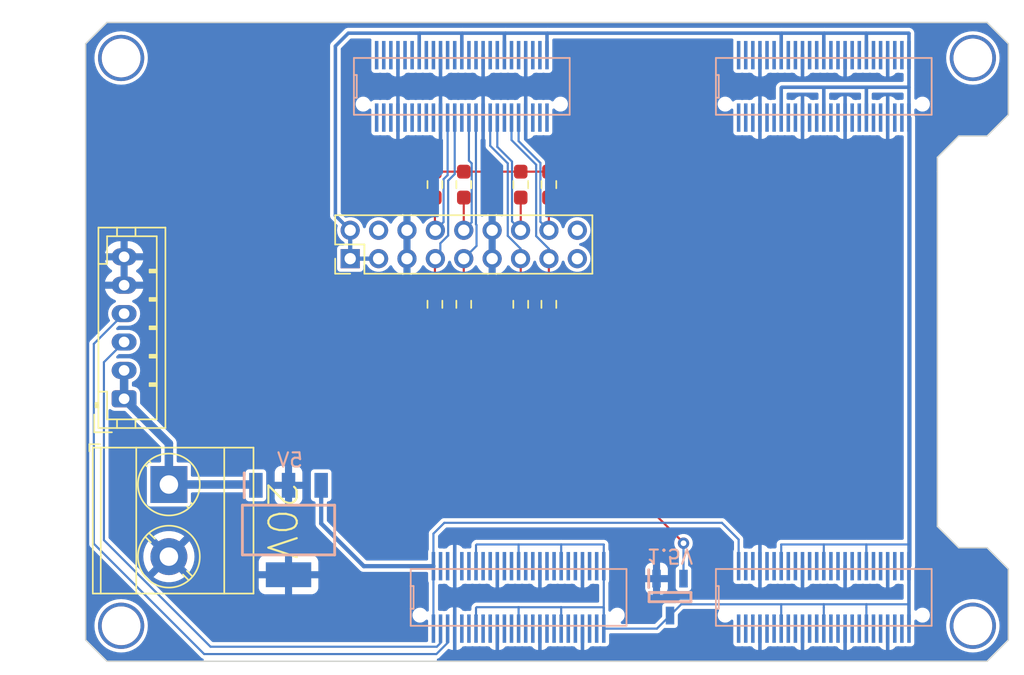
<source format=kicad_pcb>
(kicad_pcb (version 20221018) (generator pcbnew)
  (layers (0 "F.Cu" signal) (31 "B.Cu" signal) (34 "B.Paste" user) (35 "F.Paste" user) (36 "B.SilkS" user "B.Silkscreen") (37 "F.SilkS" user "F.Silkscreen") (38 "B.Mask" user) (39 "F.Mask" user) (44 "Edge.Cuts" user))
  (net 0 "")
  (net 1 "GND")
  (net 2 "+1V5")
  (net 3 "+3.3V")
  (net 4 "TX0_B_IN")
  (net 5 "TX1_B_IN")
  (net 6 "TX2_B_IN")
  (net 7 "TXCLK_B_IN")
  (net 10 "TXCLK_P")
  (net 11 "TXCLK_N")
  (net 12 "TX2_P")
  (net 13 "TX2_N")
  (net 14 "TX1_P")
  (net 15 "TX1_N")
  (net 16 "VCC")
  (net 17 "TX0_P")
  (net 18 "TX0_N")
  (net 131 "LED_EN")
  (net 132 "PWM")
  (net 133 "CLK_EDID")
  (net 134 "DATA_EDID")
  (net 135 "+5V")
  (footprint "TerminalBlock_Phoenix:TerminalBlock_Phoenix_MKDS-3-2-5.08_1x02_P5.08mm_Horizontal" (layer "F.Cu") (at 117.302 110.0786 -90)
    (fp_text reference "J1" hide)
    (fp_text value "Power")
    (fp_text user "20V" (at 2.54 -7.9248 -90 unlocked) (layer "F.SilkS") (effects (font (size 2 2))))
    (pad "1" thru_hole rect (at 0 0 270) (size 2.6 2.6) (drill 1.3) (layers "*.Cu" "*.Mask") (net 16 "VCC"))
    (pad "2" thru_hole circle (at 5.08 0 270) (size 2.6 2.6) (drill 1.3) (layers "*.Cu" "*.Mask") (net 1 "GND"))
  )
  (footprint "Connector_PinHeader_2.00mm:PinHeader_2x09_P2.00mm_Vertical" (layer "F.Cu") (at 130.0744 94.1672 90)
    (fp_text reference "J4" hide)
    (fp_text value "Conn_02x09_Odd_Even")
    (pad "1" thru_hole rect (at 0 0 90) (size 1.35 1.35) (drill 0.8) (layers "*.Cu" "*.Mask") (net 3 "+3.3V"))
    (pad "2" thru_hole oval (at 2 0 90) (size 1.35 1.35) (drill 0.8) (layers "*.Cu" "*.Mask") (net 3 "+3.3V"))
    (pad "3" thru_hole oval (at 0 2 90) (size 1.35 1.35) (drill 0.8) (layers "*.Cu" "*.Mask") (net 3 "+3.3V"))
    (pad "4" thru_hole oval (at 2 2 90) (size 1.35 1.35) (drill 0.8) (layers "*.Cu" "*.Mask"))
    (pad "5" thru_hole oval (at 0 4 90) (size 1.35 1.35) (drill 0.8) (layers "*.Cu" "*.Mask") (net 1 "GND"))
    (pad "6" thru_hole oval (at 2 4 90) (size 1.35 1.35) (drill 0.8) (layers "*.Cu" "*.Mask") (net 1 "GND"))
    (pad "7" thru_hole oval (at 0 6 90) (size 1.35 1.35) (drill 0.8) (layers "*.Cu" "*.Mask") (net 17 "TX0_P"))
    (pad "8" thru_hole oval (at 2 6 90) (size 1.35 1.35) (drill 0.8) (layers "*.Cu" "*.Mask") (net 18 "TX0_N"))
    (pad "9" thru_hole oval (at 0 8 90) (size 1.35 1.35) (drill 0.8) (layers "*.Cu" "*.Mask") (net 14 "TX1_P"))
    (pad "10" thru_hole oval (at 2 8 90) (size 1.35 1.35) (drill 0.8) (layers "*.Cu" "*.Mask") (net 15 "TX1_N"))
    (pad "11" thru_hole oval (at 0 10 90) (size 1.35 1.35) (drill 0.8) (layers "*.Cu" "*.Mask") (net 1 "GND"))
    (pad "12" thru_hole oval (at 2 10 90) (size 1.35 1.35) (drill 0.8) (layers "*.Cu" "*.Mask") (net 1 "GND"))
    (pad "13" thru_hole oval (at 0 12 90) (size 1.35 1.35) (drill 0.8) (layers "*.Cu" "*.Mask") (net 13 "TX2_N"))
    (pad "14" thru_hole oval (at 2 12 90) (size 1.35 1.35) (drill 0.8) (layers "*.Cu" "*.Mask") (net 12 "TX2_P"))
    (pad "15" thru_hole oval (at 0 14 90) (size 1.35 1.35) (drill 0.8) (layers "*.Cu" "*.Mask") (net 11 "TXCLK_N"))
    (pad "16" thru_hole oval (at 2 14 90) (size 1.35 1.35) (drill 0.8) (layers "*.Cu" "*.Mask") (net 10 "TXCLK_P"))
    (pad "17" thru_hole oval (at 0 16 90) (size 1.35 1.35) (drill 0.8) (layers "*.Cu" "*.Mask") (net 133 "CLK_EDID"))
    (pad "18" thru_hole oval (at 2 16 90) (size 1.35 1.35) (drill 0.8) (layers "*.Cu" "*.Mask") (net 134 "DATA_EDID"))
  )
  (footprint "Resistor_SMD:R_0603_1608Metric_Pad0.98x0.95mm_HandSolder" (layer "F.Cu") (at 144.0688 88.9508 -90)
    (fp_text reference "R8" hide)
    (fp_text value "49R9")
    (pad "1" smd roundrect (at -0.9125 0 270) (size 0.975 0.95) (layers "F.Cu" "F.Paste" "F.Mask") (net 2 "+1V5"))
    (pad "2" smd roundrect (at 0.9125 0 270) (size 0.975 0.95) (layers "F.Cu" "F.Paste" "F.Mask") (net 10 "TXCLK_P"))
  )
  (footprint "Alchitry_Element:Element_no_top" (layer "F.Cu") (at 111.4375 122.53)
    (fp_text reference "B1" hide)
    (fp_text value "Alchitry_Element_AU")
    (fp_circle (center 2.5 -42.5) (end 4 -42.5) (stroke (width 0.254)) (fill none) (layer "F.Cu"))
    (fp_circle (center 2.5 -2.5) (end 4 -2.5) (stroke (width 0.254)) (fill none) (layer "F.Cu"))
    (fp_circle (center 62.5 -42.5) (end 64 -42.5) (stroke (width 0.254)) (fill none) (layer "F.Cu"))
    (fp_circle (center 62.5 -2.5) (end 64 -2.5) (stroke (width 0.254)) (fill none) (layer "F.Cu"))
    (fp_circle (center 2.5 -42.5) (end 4 -42.5) (stroke (width 0.254)) (fill none) (layer "B.Cu"))
    (fp_circle (center 2.5 -2.5) (end 4 -2.5) (stroke (width 0.254)) (fill none) (layer "B.Cu"))
    (fp_circle (center 62.5 -42.5) (end 64 -42.5) (stroke (width 0.254)) (fill none) (layer "B.Cu"))
    (fp_circle (center 62.5 -2.5) (end 64 -2.5) (stroke (width 0.254)) (fill none) (layer "B.Cu"))
    (fp_line (start 0 -43.5) (end 0 -1.5) (stroke (width 0.1)) (layer "Edge.Cuts"))
    (fp_line (start 0 -1.5) (end 1.5 0) (stroke (width 0.1)) (layer "Edge.Cuts"))
    (fp_line (start 1.5 -45) (end 0 -43.5) (stroke (width 0.1)) (layer "Edge.Cuts"))
    (fp_line (start 1.5 0) (end 63.5 0) (stroke (width 0.1)) (layer "Edge.Cuts"))
    (fp_line (start 60 -35.5) (end 61.5 -37) (stroke (width 0.1)) (layer "Edge.Cuts"))
    (fp_line (start 60 -34.5) (end 60 -35.5) (stroke (width 0.1)) (layer "Edge.Cuts"))
    (fp_line (start 60 -9.5) (end 60 -34.5) (stroke (width 0.1)) (layer "Edge.Cuts"))
    (fp_line (start 61.5 -37) (end 63.5 -37) (stroke (width 0.1)) (layer "Edge.Cuts"))
    (fp_line (start 61.5 -8) (end 60 -9.5) (stroke (width 0.1)) (layer "Edge.Cuts"))
    (fp_line (start 63.5 -45) (end 1.5 -45) (stroke (width 0.1)) (layer "Edge.Cuts"))
    (fp_line (start 63.5 -37) (end 65 -38.5) (stroke (width 0.1)) (layer "Edge.Cuts"))
    (fp_line (start 63.5 -8) (end 61.5 -8) (stroke (width 0.1)) (layer "Edge.Cuts"))
    (fp_line (start 63.5 0) (end 65 -1.5) (stroke (width 0.1)) (layer "Edge.Cuts"))
    (fp_line (start 65 -43.5) (end 63.5 -45) (stroke (width 0.1)) (layer "Edge.Cuts"))
    (fp_line (start 65 -38.5) (end 65 -43.5) (stroke (width 0.1)) (layer "Edge.Cuts"))
    (fp_line (start 65 -6.5) (end 63.5 -8) (stroke (width 0.1)) (layer "Edge.Cuts"))
    (fp_line (start 65 -1.5) (end 65 -6.5) (stroke (width 0.1)) (layer "Edge.Cuts"))
    (pad "" np_thru_hole circle locked (at 2.5 -42.5) (size 2.2 2.2) (drill 2.2) (layers "*.Cu" "*.Mask"))
    (pad "" np_thru_hole circle locked (at 2.5 -2.5) (size 2.2 2.2) (drill 2.2) (layers "*.Cu" "*.Mask"))
    (pad "" np_thru_hole circle locked (at 19.55 -39.25) (size 0.55 0.55) (drill 0.55) (layers "*.Cu" "*.Mask"))
    (pad "" np_thru_hole circle locked (at 23.55 -3.25) (size 0.55 0.55) (drill 0.55) (layers "*.Cu" "*.Mask"))
    (pad "" np_thru_hole circle locked (at 33.45 -39.25) (size 0.55 0.55) (drill 0.55) (layers "*.Cu" "*.Mask"))
    (pad "" np_thru_hole circle locked (at 37.45 -3.25) (size 0.55 0.55) (drill 0.55) (layers "*.Cu" "*.Mask"))
    (pad "" np_thru_hole circle locked (at 45.05 -39.25) (size 0.55 0.55) (drill 0.55) (layers "*.Cu" "*.Mask"))
    (pad "" np_thru_hole circle locked (at 45.05 -3.25) (size 0.55 0.55) (drill 0.55) (layers "*.Cu" "*.Mask"))
    (pad "" np_thru_hole circle locked (at 58.95 -39.25) (size 0.55 0.55) (drill 0.55) (layers "*.Cu" "*.Mask"))
    (pad "" np_thru_hole circle locked (at 58.95 -3.25) (size 0.55 0.55) (drill 0.55) (layers "*.Cu" "*.Mask"))
    (pad "" np_thru_hole circle locked (at 62.5 -42.5) (size 2.2 2.2) (drill 2.2) (layers "*.Cu" "*.Mask"))
    (pad "" np_thru_hole circle locked (at 62.5 -2.5) (size 2.2 2.2) (drill 2.2) (layers "*.Cu" "*.Mask"))
    (pad "A_1" smd rect locked (at 20.5 -38.3 90) (size 2 0.25) (layers "B.Cu" "B.Paste" "B.Mask") (net 135 "+5V"))
    (pad "A_2" smd rect locked (at 21 -38.3 90) (size 2 0.25) (layers "B.Cu" "B.Paste" "B.Mask"))
    (pad "A_3" smd rect locked (at 21.5 -38.3 90) (size 2 0.25) (layers "B.Cu" "B.Paste" "B.Mask"))
    (pad "A_4" smd rect locked (at 22 -38.3 90) (size 2 0.25) (layers "B.Cu" "B.Paste" "B.Mask") (net 1 "GND"))
    (pad "A_5" smd rect locked (at 22.5 -38.3 90) (size 2 0.25) (layers "B.Cu" "B.Paste" "B.Mask"))
    (pad "A_6" smd rect locked (at 23 -38.3 90) (size 2 0.25) (layers "B.Cu" "B.Paste" "B.Mask"))
    (pad "A_7" smd rect locked (at 23.5 -38.3 90) (size 2 0.25) (layers "B.Cu" "B.Paste" "B.Mask") (net 3 "+3.3V"))
    (pad "A_8" smd rect locked (at 24 -38.3 90) (size 2 0.25) (layers "B.Cu" "B.Paste" "B.Mask"))
    (pad "A_9" smd rect locked (at 24.5 -38.3 90) (size 2 0.25) (layers "B.Cu" "B.Paste" "B.Mask"))
    (pad "A_10" smd rect locked (at 25 -38.3 90) (size 2 0.25) (layers "B.Cu" "B.Paste" "B.Mask") (net 1 "GND"))
    (pad "A_11" smd rect locked (at 25.5 -38.3 90) (size 2 0.25) (layers "B.Cu" "B.Paste" "B.Mask") (net 18 "TX0_N"))
    (pad "A_12" smd rect locked (at 26 -38.3 90) (size 2 0.25) (layers "B.Cu" "B.Paste" "B.Mask") (net 17 "TX0_P"))
    (pad "A_13" smd rect locked (at 26.5 -38.3 90) (size 2 0.25) (layers "B.Cu" "B.Paste" "B.Mask") (net 3 "+3.3V"))
    (pad "A_14" smd rect locked (at 27 -38.3 90) (size 2 0.25) (layers "B.Cu" "B.Paste" "B.Mask") (net 15 "TX1_N"))
    (pad "A_15" smd rect locked (at 27.5 -38.3 90) (size 2 0.25) (layers "B.Cu" "B.Paste" "B.Mask") (net 14 "TX1_P"))
    (pad "A_16" smd rect locked (at 28 -38.3 90) (size 2 0.25) (layers "B.Cu" "B.Paste" "B.Mask") (net 1 "GND"))
    (pad "A_17" smd rect locked (at 28.5 -38.3 90) (size 2 0.25) (layers "B.Cu" "B.Paste" "B.Mask") (net 13 "TX2_N"))
    (pad "A_18" smd rect locked (at 29 -38.3 90) (size 2 0.25) (layers "B.Cu" "B.Paste" "B.Mask") (net 12 "TX2_P"))
    (pad "A_19" smd rect locked (at 29.5 -38.3 90) (size 2 0.25) (layers "B.Cu" "B.Paste" "B.Mask") (net 3 "+3.3V"))
    (pad "A_20" smd rect locked (at 30 -38.3 90) (size 2 0.25) (layers "B.Cu" "B.Paste" "B.Mask") (net 11 "TXCLK_N"))
    (pad "A_21" smd rect locked (at 30.5 -38.3 90) (size 2 0.25) (layers "B.Cu" "B.Paste" "B.Mask") (net 10 "TXCLK_P"))
    (pad "A_22" smd rect locked (at 31 -38.3 90) (size 2 0.25) (layers "B.Cu" "B.Paste" "B.Mask") (net 1 "GND"))
    (pad "A_23" smd rect locked (at 31.5 -38.3 90) (size 2 0.25) (layers "B.Cu" "B.Paste" "B.Mask"))
    (pad "A_24" smd rect locked (at 32 -38.3 90) (size 2 0.25) (layers "B.Cu" "B.Paste" "B.Mask"))
    (pad "A_25" smd rect locked (at 32.5 -38.3 90) (size 2 0.25) (layers "B.Cu" "B.Paste" "B.Mask") (net 3 "+3.3V"))
    (pad "A_26" smd rect locked (at 32.5 -42.7 90) (size 2 0.25) (layers "B.Cu" "B.Paste" "B.Mask") (net 3 "+3.3V"))
    (pad "A_27" smd rect locked (at 32 -42.7 90) (size 2 0.25) (layers "B.Cu" "B.Paste" "B.Mask"))
    (pad "A_28" smd rect locked (at 31.5 -42.7 90) (size 2 0.25) (layers "B.Cu" "B.Paste" "B.Mask"))
    (pad "A_29" smd rect locked (at 31 -42.7 90) (size 2 0.25) (layers "B.Cu" "B.Paste" "B.Mask") (net 1 "GND"))
    (pad "A_30" smd rect locked (at 30.5 -42.7 90) (size 2 0.25) (layers "B.Cu" "B.Paste" "B.Mask"))
    (pad "A_31" smd rect locked (at 30 -42.7 90) (size 2 0.25) (layers "B.Cu" "B.Paste" "B.Mask"))
    (pad "A_32" smd rect locked (at 29.5 -42.7 90) (size 2 0.25) (layers "B.Cu" "B.Paste" "B.Mask") (net 3 "+3.3V"))
    (pad "A_33" smd rect locked (at 29 -42.7 90) (size 2 0.25) (layers "B.Cu" "B.Paste" "B.Mask"))
    (pad "A_34" smd rect locked (at 28.5 -42.7 90) (size 2 0.25) (layers "B.Cu" "B.Paste" "B.Mask"))
    (pad "A_35" smd rect locked (at 28 -42.7 90) (size 2 0.25) (layers "B.Cu" "B.Paste" "B.Mask") (net 1 "GND"))
    (pad "A_36" smd rect locked (at 27.5 -42.7 90) (size 2 0.25) (layers "B.Cu" "B.Paste" "B.Mask"))
    (pad "A_37" smd rect locked (at 27 -42.7 90) (size 2 0.25) (layers "B.Cu" "B.Paste" "B.Mask"))
    (pad "A_38" smd rect locked (at 26.5 -42.7 90) (size 2 0.25) (layers "B.Cu" "B.Paste" "B.Mask") (net 3 "+3.3V"))
    (pad "A_39" smd rect locked (at 26 -42.7 90) (size 2 0.25) (layers "B.Cu" "B.Paste" "B.Mask"))
    (pad "A_40" smd rect locked (at 25.5 -42.7 90) (size 2 0.25) (layers "B.Cu" "B.Paste" "B.Mask"))
    (pad "A_41" smd rect locked (at 25 -42.7 90) (size 2 0.25) (layers "B.Cu" "B.Paste" "B.Mask") (net 1 "GND"))
    (pad "A_42" smd rect locked (at 24.5 -42.7 90) (size 2 0.25) (layers "B.Cu" "B.Paste" "B.Mask"))
    (pad "A_43" smd rect locked (at 24 -42.7 90) (size 2 0.25) (layers "B.Cu" "B.Paste" "B.Mask"))
    (pad "A_44" smd rect locked (at 23.5 -42.7 90) (size 2 0.25) (layers "B.Cu" "B.Paste" "B.Mask") (net 3 "+3.3V"))
    (pad "A_45" smd rect locked (at 23 -42.7 90) (size 2 0.25) (layers "B.Cu" "B.Paste" "B.Mask"))
    (pad "A_46" smd rect locked (at 22.5 -42.7 90) (size 2 0.25) (layers "B.Cu" "B.Paste" "B.Mask"))
    (pad "A_47" smd rect locked (at 22 -42.7 90) (size 2 0.25) (layers "B.Cu" "B.Paste" "B.Mask") (net 1 "GND"))
    (pad "A_48" smd rect locked (at 21.5 -42.7 90) (size 2 0.25) (layers "B.Cu" "B.Paste" "B.Mask"))
    (pad "A_49" smd rect locked (at 21 -42.7 90) (size 2 0.25) (layers "B.Cu" "B.Paste" "B.Mask"))
    (pad "A_50" smd rect locked (at 20.5 -42.7 90) (size 2 0.25) (layers "B.Cu" "B.Paste" "B.Mask") (net 135 "+5V"))
    (pad "B_1" smd rect locked (at 46 -38.3 90) (size 2 0.25) (layers "B.Cu" "B.Paste" "B.Mask") (net 135 "+5V"))
    (pad "B_2" smd rect locked (at 46.5 -38.3 90) (size 2 0.25) (layers "B.Cu" "B.Paste" "B.Mask") (net 7 "TXCLK_B_IN"))
    (pad "B_3" smd rect locked (at 47 -38.3 90) (size 2 0.25) (layers "B.Cu" "B.Paste" "B.Mask") (net 6 "TX2_B_IN"))
    (pad "B_4" smd rect locked (at 47.5 -38.3 90) (size 2 0.25) (layers "B.Cu" "B.Paste" "B.Mask") (net 1 "GND"))
    (pad "B_5" smd rect locked (at 48 -38.3 90) (size 2 0.25) (layers "B.Cu" "B.Paste" "B.Mask") (net 5 "TX1_B_IN"))
    (pad "B_6" smd rect locked (at 48.5 -38.3 90) (size 2 0.25) (layers "B.Cu" "B.Paste" "B.Mask") (net 4 "TX0_B_IN"))
    (pad "B_7" smd rect locked (at 49 -38.3 90) (size 2 0.25) (layers "B.Cu" "B.Paste" "B.Mask") (net 3 "+3.3V"))
    (pad "B_8" smd rect locked (at 49.5 -38.3 90) (size 2 0.25) (layers "B.Cu" "B.Paste" "B.Mask"))
    (pad "B_9" smd rect locked (at 50 -38.3 90) (size 2 0.25) (layers "B.Cu" "B.Paste" "B.Mask"))
    (pad "B_10" smd rect locked (at 50.5 -38.3 90) (size 2 0.25) (layers "B.Cu" "B.Paste" "B.Mask") (net 1 "GND"))
    (pad "B_11" smd rect locked (at 51 -38.3 90) (size 2 0.25) (layers "B.Cu" "B.Paste" "B.Mask"))
    (pad "B_12" smd rect locked (at 51.5 -38.3 90) (size 2 0.25) (layers "B.Cu" "B.Paste" "B.Mask"))
    (pad "B_13" smd rect locked (at 52 -38.3 90) (size 2 0.25) (layers "B.Cu" "B.Paste" "B.Mask") (net 3 "+3.3V"))
    (pad "B_14" smd rect locked (at 52.5 -38.3 90) (size 2 0.25) (layers "B.Cu" "B.Paste" "B.Mask"))
    (pad "B_15" smd rect locked (at 53 -38.3 90) (size 2 0.25) (layers "B.Cu" "B.Paste" "B.Mask"))
    (pad "B_16" smd rect locked (at 53.5 -38.3 90) (size 2 0.25) (layers "B.Cu" "B.Paste" "B.Mask") (net 1 "GND"))
    (pad "B_17" smd rect locked (at 54 -38.3 90) (size 2 0.25) (layers "B.Cu" "B.Paste" "B.Mask"))
    (pad "B_18" smd rect locked (at 54.5 -38.3 90) (size 2 0.25) (layers "B.Cu" "B.Paste" "B.Mask"))
    (pad "B_19" smd rect locked (at 55 -38.3 90) (size 2 0.25) (layers "B.Cu" "B.Paste" "B.Mask") (net 3 "+3.3V"))
    (pad "B_20" smd rect locked (at 55.5 -38.3 90) (size 2 0.25) (layers "B.Cu" "B.Paste" "B.Mask"))
    (pad "B_21" smd rect locked (at 56 -38.3 90) (size 2 0.25) (layers "B.Cu" "B.Paste" "B.Mask"))
    (pad "B_22" smd rect locked (at 56.5 -38.3 90) (size 2 0.25) (layers "B.Cu" "B.Paste" "B.Mask") (net 1 "GND"))
    (pad "B_23" smd rect locked (at 57 -38.3 90) (size 2 0.25) (layers "B.Cu" "B.Paste" "B.Mask"))
    (pad "B_24" smd rect locked (at 57.5 -38.3 90) (size 2 0.25) (layers "B.Cu" "B.Paste" "B.Mask"))
    (pad "B_25" smd rect locked (at 58 -38.3 90) (size 2 0.25) (layers "B.Cu" "B.Paste" "B.Mask") (net 3 "+3.3V"))
    (pad "B_26" smd rect locked (at 58 -42.7 90) (size 2 0.25) (layers "B.Cu" "B.Paste" "B.Mask") (net 3 "+3.3V"))
    (pad "B_27" smd rect locked (at 57.5 -42.7 90) (size 2 0.25) (layers "B.Cu" "B.Paste" "B.Mask"))
    (pad "B_28" smd rect locked (at 57 -42.7 90) (size 2 0.25) (layers "B.Cu" "B.Paste" "B.Mask"))
    (pad "B_29" smd rect locked (at 56.5 -42.7 90) (size 2 0.25) (layers "B.Cu" "B.Paste" "B.Mask") (net 1 "GND"))
    (pad "B_30" smd rect locked (at 56 -42.7 90) (size 2 0.25) (layers "B.Cu" "B.Paste" "B.Mask"))
    (pad "B_31" smd rect locked (at 55.5 -42.7 90) (size 2 0.25) (layers "B.Cu" "B.Paste" "B.Mask"))
    (pad "B_32" smd rect locked (at 55 -42.7 90) (size 2 0.25) (layers "B.Cu" "B.Paste" "B.Mask") (net 3 "+3.3V"))
    (pad "B_33" smd rect locked (at 54.5 -42.7 90) (size 2 0.25) (layers "B.Cu" "B.Paste" "B.Mask"))
    (pad "B_34" smd rect locked (at 54 -42.7 90) (size 2 0.25) (layers "B.Cu" "B.Paste" "B.Mask"))
    (pad "B_35" smd rect locked (at 53.5 -42.7 90) (size 2 0.25) (layers "B.Cu" "B.Paste" "B.Mask") (net 1 "GND"))
    (pad "B_36" smd rect locked (at 53 -42.7 90) (size 2 0.25) (layers "B.Cu" "B.Paste" "B.Mask"))
    (pad "B_37" smd rect locked (at 52.5 -42.7 90) (size 2 0.25) (layers "B.Cu" "B.Paste" "B.Mask"))
    (pad "B_38" smd rect locked (at 52 -42.7 90) (size 2 0.25) (layers "B.Cu" "B.Paste" "B.Mask") (net 3 "+3.3V"))
    (pad "B_39" smd rect locked (at 51.5 -42.7 90) (size 2 0.25) (layers "B.Cu" "B.Paste" "B.Mask"))
    (pad "B_40" smd rect locked (at 51 -42.7 90) (size 2 0.25) (layers "B.Cu" "B.Paste" "B.Mask"))
    (pad "B_41" smd rect locked (at 50.5 -42.7 90) (size 2 0.25) (layers "B.Cu" "B.Paste" "B.Mask") (net 1 "GND"))
    (pad "B_42" smd rect locked (at 50 -42.7 90) (size 2 0.25) (layers "B.Cu" "B.Paste" "B.Mask"))
    (pad "B_43" smd rect locked (at 49.5 -42.7 90) (size 2 0.25) (layers "B.Cu" "B.Paste" "B.Mask"))
    (pad "B_44" smd rect locked (at 49 -42.7 90) (size 2 0.25) (layers "B.Cu" "B.Paste" "B.Mask") (net 3 "+3.3V"))
    (pad "B_45" smd rect locked (at 48.5 -42.7 90) (size 2 0.25) (layers "B.Cu" "B.Paste" "B.Mask"))
    (pad "B_46" smd rect locked (at 48 -42.7 90) (size 2 0.25) (layers "B.Cu" "B.Paste" "B.Mask"))
    (pad "B_47" smd rect locked (at 47.5 -42.7 90) (size 2 0.25) (layers "B.Cu" "B.Paste" "B.Mask") (net 1 "GND"))
    (pad "B_48" smd rect locked (at 47 -42.7 90) (size 2 0.25) (layers "B.Cu" "B.Paste" "B.Mask"))
    (pad "B_49" smd rect locked (at 46.5 -42.7 90) (size 2 0.25) (layers "B.Cu" "B.Paste" "B.Mask"))
    (pad "B_50" smd rect locked (at 46 -42.7 90) (size 2 0.25) (layers "B.Cu" "B.Paste" "B.Mask") (net 135 "+5V"))
    (pad "C_1" smd rect locked (at 24.5 -2.3 90) (size 2 0.25) (layers "B.Cu" "B.Paste" "B.Mask") (net 135 "+5V"))
    (pad "C_2" smd rect locked (at 25 -2.3 90) (size 2 0.25) (layers "B.Cu" "B.Paste" "B.Mask") (net 131 "LED_EN"))
    (pad "C_3" smd rect locked (at 25.5 -2.3 90) (size 2 0.25) (layers "B.Cu" "B.Paste" "B.Mask") (net 132 "PWM"))
    (pad "C_4" smd rect locked (at 26 -2.3 90) (size 2 0.25) (layers "B.Cu" "B.Paste" "B.Mask") (net 1 "GND"))
    (pad "C_5" smd rect locked (at 26.5 -2.3 90) (size 2 0.25) (layers "B.Cu" "B.Paste" "B.Mask"))
    (pad "C_6" smd rect locked (at 27 -2.3 90) (size 2 0.25) (layers "B.Cu" "B.Paste" "B.Mask"))
    (pad "C_7" smd rect locked (at 27.5 -2.3 90) (size 2 0.25) (layers "B.Cu" "B.Paste" "B.Mask") (net 3 "+3.3V"))
    (pad "C_8" smd rect locked (at 28 -2.3 90) (size 2 0.25) (layers "B.Cu" "B.Paste" "B.Mask"))
    (pad "C_9" smd rect locked (at 28.5 -2.3 90) (size 2 0.25) (layers "B.Cu" "B.Paste" "B.Mask"))
    (pad "C_10" smd rect locked (at 29 -2.3 90) (size 2 0.25) (layers "B.Cu" "B.Paste" "B.Mask") (net 1 "GND"))
    (pad "C_11" smd rect locked (at 29.5 -2.3 90) (size 2 0.25) (layers "B.Cu" "B.Paste" "B.Mask"))
    (pad "C_12" smd rect locked (at 30 -2.3 90) (size 2 0.25) (layers "B.Cu" "B.Paste" "B.Mask"))
    (pad "C_13" smd rect locked (at 30.5 -2.3 90) (size 2 0.25) (layers "B.Cu" "B.Paste" "B.Mask") (net 3 "+3.3V"))
    (pad "C_14" smd rect locked (at 31 -2.3 90) (size 2 0.25) (layers "B.Cu" "B.Paste" "B.Mask"))
    (pad "C_15" smd rect locked (at 31.5 -2.3 90) (size 2 0.25) (layers "B.Cu" "B.Paste" "B.Mask"))
    (pad "C_16" smd rect locked (at 32 -2.3 90) (size 2 0.25) (layers "B.Cu" "B.Paste" "B.Mask") (net 1 "GND"))
    (pad "C_17" smd rect locked (at 32.5 -2.3 90) (size 2 0.25) (layers "B.Cu" "B.Paste" "B.Mask"))
    (pad "C_18" smd rect locked (at 33 -2.3 90) (size 2 0.25) (layers "B.Cu" "B.Paste" "B.Mask"))
    (pad "C_19" smd rect locked (at 33.5 -2.3 90) (size 2 0.25) (layers "B.Cu" "B.Paste" "B.Mask") (net 3 "+3.3V"))
    (pad "C_20" smd rect locked (at 34 -2.3 90) (size 2 0.25) (layers "B.Cu" "B.Paste" "B.Mask"))
    (pad "C_21" smd rect locked (at 34.5 -2.3 90) (size 2 0.25) (layers "B.Cu" "B.Paste" "B.Mask"))
    (pad "C_22" smd rect locked (at 35 -2.3 90) (size 2 0.25) (layers "B.Cu" "B.Paste" "B.Mask") (net 1 "GND"))
    (pad "C_23" smd rect locked (at 35.5 -2.3 90) (size 2 0.25) (layers "B.Cu" "B.Paste" "B.Mask"))
    (pad "C_24" smd rect locked (at 36 -2.3 90) (size 2 0.25) (layers "B.Cu" "B.Paste" "B.Mask"))
    (pad "C_25" smd rect locked (at 36.5 -2.3 90) (size 2 0.25) (layers "B.Cu" "B.Paste" "B.Mask") (net 3 "+3.3V"))
    (pad "C_26" smd rect locked (at 36.5 -6.7 90) (size 2 0.25) (layers "B.Cu" "B.Paste" "B.Mask") (net 3 "+3.3V"))
    (pad "C_27" smd rect locked (at 36 -6.7 90) (size 2 0.25) (layers "B.Cu" "B.Paste" "B.Mask"))
    (pad "C_28" smd rect locked (at 35.5 -6.7 90) (size 2 0.25) (layers "B.Cu" "B.Paste" "B.Mask"))
    (pad "C_29" smd rect locked (at 35 -6.7 90) (size 2 0.25) (layers "B.Cu" "B.Paste" "B.Mask") (net 1 "GND"))
    (pad "C_30" smd rect locked (at 34.5 -6.7 90) (size 2 0.25) (layers "B.Cu" "B.Paste" "B.Mask"))
    (pad "C_31" smd rect locked (at 34 -6.7 90) (size 2 0.25) (layers "B.Cu" "B.Paste" "B.Mask"))
    (pad "C_32" smd rect locked (at 33.5 -6.7 90) (size 2 0.25) (layers "B.Cu" "B.Paste" "B.Mask") (net 3 "+3.3V"))
    (pad "C_33" smd rect locked (at 33 -6.7 90) (size 2 0.25) (layers "B.Cu" "B.Paste" "B.Mask"))
    (pad "C_34" smd rect locked (at 32.5 -6.7 90) (size 2 0.25) (layers "B.Cu" "B.Paste" "B.Mask"))
    (pad "C_35" smd rect locked (at 32 -6.7 90) (size 2 0.25) (layers "B.Cu" "B.Paste" "B.Mask") (net 1 "GND"))
    (pad "C_36" smd rect locked (at 31.5 -6.7 90) (size 2 0.25) (layers "B.Cu" "B.Paste" "B.Mask"))
    (pad "C_37" smd rect locked (at 31 -6.7 90) (size 2 0.25) (layers "B.Cu" "B.Paste" "B.Mask"))
    (pad "C_38" smd rect locked (at 30.5 -6.7 90) (size 2 0.25) (layers "B.Cu" "B.Paste" "B.Mask") (net 3 "+3.3V"))
    (pad "C_39" smd rect locked (at 30 -6.7 90) (size 2 0.25) (layers "B.Cu" "B.Paste" "B.Mask"))
    (pad "C_40" smd rect locked (at 29.5 -6.7 90) (size 2 0.25) (layers "B.Cu" "B.Paste" "B.Mask"))
    (pad "C_41" smd rect locked (at 29 -6.7 90) (size 2 0.25) (layers "B.Cu" "B.Paste" "B.Mask") (net 1 "GND"))
    (pad "C_42" smd rect locked (at 28.5 -6.7 90) (size 2 0.25) (layers "B.Cu" "B.Paste" "B.Mask"))
    (pad "C_43" smd rect locked (at 28 -6.7 90) (size 2 0.25) (layers "B.Cu" "B.Paste" "B.Mask"))
    (pad "C_44" smd rect locked (at 27.5 -6.7 90) (size 2 0.25) (layers "B.Cu" "B.Paste" "B.Mask") (net 3 "+3.3V"))
    (pad "C_45" smd rect locked (at 27 -6.7 90) (size 2 0.25) (layers "B.Cu" "B.Paste" "B.Mask"))
    (pad "C_46" smd rect locked (at 26.5 -6.7 90) (size 2 0.25) (layers "B.Cu" "B.Paste" "B.Mask"))
    (pad "C_47" smd rect locked (at 26 -6.7 90) (size 2 0.25) (layers "B.Cu" "B.Paste" "B.Mask") (net 1 "GND"))
    (pad "C_48" smd rect locked (at 25.5 -6.7 90) (size 2 0.25) (layers "B.Cu" "B.Paste" "B.Mask"))
    (pad "C_49" smd rect locked (at 25 -6.7 90) (size 2 0.25) (layers "B.Cu" "B.Paste" "B.Mask"))
    (pad "C_50" smd rect locked (at 24.5 -6.7 90) (size 2 0.25) (layers "B.Cu" "B.Paste" "B.Mask") (net 135 "+5V"))
    (pad "D_1" smd rect locked (at 46 -2.3 90) (size 2 0.25) (layers "B.Cu" "B.Paste" "B.Mask") (net 135 "+5V"))
    (pad "D_2" smd rect locked (at 46.5 -2.3 90) (size 2 0.25) (layers "B.Cu" "B.Paste" "B.Mask"))
    (pad "D_3" smd rect locked (at 47 -2.3 90) (size 2 0.25) (layers "B.Cu" "B.Paste" "B.Mask"))
    (pad "D_4" smd rect locked (at 47.5 -2.3 90) (size 2 0.25) (layers "B.Cu" "B.Paste" "B.Mask") (net 1 "GND"))
    (pad "D_5" smd rect locked (at 48 -2.3 90) (size 2 0.25) (layers "B.Cu" "B.Paste" "B.Mask"))
    (pad "D_6" smd rect locked (at 48.5 -2.3 90) (size 2 0.25) (layers "B.Cu" "B.Paste" "B.Mask"))
    (pad "D_7" smd rect locked (at 49 -2.3 90) (size 2 0.25) (layers "B.Cu" "B.Paste" "B.Mask") (net 3 "+3.3V"))
    (pad "D_8" smd rect locked (at 49.5 -2.3 90) (size 2 0.25) (layers "B.Cu" "B.Paste" "B.Mask"))
    (pad "D_9" smd rect locked (at 50 -2.3 90) (size 2 0.25) (layers "B.Cu" "B.Paste" "B.Mask"))
    (pad "D_10" smd rect locked (at 50.5 -2.3 90) (size 2 0.25) (layers "B.Cu" "B.Paste" "B.Mask") (net 1 "GND"))
    (pad "D_11" smd rect locked (at 51 -2.3 90) (size 2 0.25) (layers "B.Cu" "B.Paste" "B.Mask"))
    (pad "D_12" smd rect locked (at 51.5 -2.3 90) (size 2 0.25) (layers "B.Cu" "B.Paste" "B.Mask"))
    (pad "D_13" smd rect locked (at 52 -2.3 90) (size 2 0.25) (layers "B.Cu" "B.Paste" "B.Mask") (net 3 "+3.3V"))
    (pad "D_14" smd rect locked (at 52.5 -2.3 90) (size 2 0.25) (layers "B.Cu" "B.Paste" "B.Mask"))
    (pad "D_15" smd rect locked (at 53 -2.3 90) (size 2 0.25) (layers "B.Cu" "B.Paste" "B.Mask"))
    (pad "D_16" smd rect locked (at 53.5 -2.3 90) (size 2 0.25) (layers "B.Cu" "B.Paste" "B.Mask") (net 1 "GND"))
    (pad "D_17" smd rect locked (at 54 -2.3 90) (size 2 0.25) (layers "B.Cu" "B.Paste" "B.Mask"))
    (pad "D_18" smd rect locked (at 54.5 -2.3 90) (size 2 0.25) (layers "B.Cu" "B.Paste" "B.Mask"))
    (pad "D_19" smd rect locked (at 55 -2.3 90) (size 2 0.25) (layers "B.Cu" "B.Paste" "B.Mask") (net 3 "+3.3V"))
    (pad "D_20" smd rect locked (at 55.5 -2.3 90) (size 2 0.25) (layers "B.Cu" "B.Paste" "B.Mask"))
    (pad "D_21" smd rect locked (at 56 -2.3 90) (size 2 0.25) (layers "B.Cu" "B.Paste" "B.Mask"))
    (pad "D_22" smd rect locked (at 56.5 -2.3 90) (size 2 0.25) (layers "B.Cu" "B.Paste" "B.Mask") (net 1 "GND"))
    (pad "D_23" smd rect locked (at 57 -2.3 90) (size 2 0.25) (layers "B.Cu" "B.Paste" "B.Mask"))
    (pad "D_24" smd rect locked (at 57.5 -2.3 90) (size 2 0.25) (layers "B.Cu" "B.Paste" "B.Mask"))
    (pad "D_25" smd rect locked (at 58 -2.3 90) (size 2 0.25) (layers "B.Cu" "B.Paste" "B.Mask") (net 3 "+3.3V"))
    (pad "D_26" smd rect locked (at 58 -6.7 90) (size 2 0.25) (layers "B.Cu" "B.Paste" "B.Mask") (net 3 "+3.3V"))
    (pad "D_27" smd rect locked (at 57.5 -6.7 90) (size 2 0.25) (layers "B.Cu" "B.Paste" "B.Mask"))
    (pad "D_28" smd rect locked (at 57 -6.7 90) (size 2 0.25) (layers "B.Cu" "B.Paste" "B.Mask"))
    (pad "D_29" smd rect locked (at 56.5 -6.7 90) (size 2 0.25) (layers "B.Cu" "B.Paste" "B.Mask") (net 1 "GND"))
    (pad "D_30" smd rect locked (at 56 -6.7 90) (size 2 0.25) (layers "B.Cu" "B.Paste" "B.Mask"))
    (pad "D_31" smd rect locked (at 55.5 -6.7 90) (size 2 0.25) (layers "B.Cu" "B.Paste" "B.Mask"))
    (pad "D_32" smd rect locked (at 55 -6.7 90) (size 2 0.25) (layers "B.Cu" "B.Paste" "B.Mask") (net 3 "+3.3V"))
    (pad "D_33" smd rect locked (at 54.5 -6.7 90) (size 2 0.25) (layers "B.Cu" "B.Paste" "B.Mask"))
    (pad "D_34" smd rect locked (at 54 -6.7 90) (size 2 0.25) (layers "B.Cu" "B.Paste" "B.Mask"))
    (pad "D_35" smd rect locked (at 53.5 -6.7 90) (size 2 0.25) (layers "B.Cu" "B.Paste" "B.Mask") (net 1 "GND"))
    (pad "D_36" smd rect locked (at 53 -6.7 90) (size 2 0.25) (layers "B.Cu" "B.Paste" "B.Mask"))
    (pad "D_37" smd rect locked (at 52.5 -6.7 90) (size 2 0.25) (layers "B.Cu" "B.Paste" "B.Mask"))
    (pad "D_38" smd rect locked (at 52 -6.7 90) (size 2 0.25) (layers "B.Cu" "B.Paste" "B.Mask") (net 3 "+3.3V"))
    (pad "D_39" smd rect locked (at 51.5 -6.7 90) (size 2 0.25) (layers "B.Cu" "B.Paste" "B.Mask"))
    (pad "D_40" smd rect locked (at 51 -6.7 90) (size 2 0.25) (layers "B.Cu" "B.Paste" "B.Mask"))
    (pad "D_41" smd rect locked (at 50.5 -6.7 90) (size 2 0.25) (layers "B.Cu" "B.Paste" "B.Mask") (net 1 "GND"))
    (pad "D_42" smd rect locked (at 50 -6.7 90) (size 2 0.25) (layers "B.Cu" "B.Paste" "B.Mask"))
    (pad "D_43" smd rect locked (at 49.5 -6.7 90) (size 2 0.25) (layers "B.Cu" "B.Paste" "B.Mask"))
    (pad "D_44" smd rect locked (at 49 -6.7 90) (size 2 0.25) (layers "B.Cu" "B.Paste" "B.Mask") (net 3 "+3.3V"))
    (pad "D_45" smd rect locked (at 48.5 -6.7 90) (size 2 0.25) (layers "B.Cu" "B.Paste" "B.Mask"))
    (pad "D_46" smd rect locked (at 48 -6.7 90) (size 2 0.25) (layers "B.Cu" "B.Paste" "B.Mask"))
    (pad "D_47" smd rect locked (at 47.5 -6.7 90) (size 2 0.25) (layers "B.Cu" "B.Paste" "B.Mask") (net 1 "GND"))
    (pad "D_48" smd rect locked (at 47 -6.7 90) (size 2 0.25) (layers "B.Cu" "B.Paste" "B.Mask"))
    (pad "D_49" smd rect locked (at 46.5 -6.7 90) (size 2 0.25) (layers "B.Cu" "B.Paste" "B.Mask"))
    (pad "D_50" smd rect locked (at 46 -6.7 90) (size 2 0.25) (layers "B.Cu" "B.Paste" "B.Mask") (net 135 "+5V"))
  )
  (footprint "Resistor_SMD:R_0603_1608Metric_Pad0.98x0.95mm_HandSolder" (layer "F.Cu") (at 136.0424 97.3836 90)
    (fp_text reference "R2" hide)
    (fp_text value "49R9")
    (pad "1" smd roundrect (at -0.9125 0 90) (size 0.975 0.95) (layers "F.Cu" "F.Paste" "F.Mask") (net 2 "+1V5"))
    (pad "2" smd roundrect (at 0.9125 0 90) (size 0.975 0.95) (layers "F.Cu" "F.Paste" "F.Mask") (net 17 "TX0_P"))
  )
  (footprint "Resistor_SMD:R_0603_1608Metric_Pad0.98x0.95mm_HandSolder" (layer "F.Cu") (at 136.0424 88.9508 -90)
    (fp_text reference "Re" hide)
    (fp_text value "49R9")
    (pad "1" smd roundrect (at -0.9125 0 270) (size 0.975 0.95) (layers "F.Cu" "F.Paste" "F.Mask") (net 2 "+1V5"))
    (pad "2" smd roundrect (at 0.9125 0 270) (size 0.975 0.95) (layers "F.Cu" "F.Paste" "F.Mask") (net 18 "TX0_N"))
  )
  (footprint "Connector_JST:JST_PH_B6B-PH-K_1x06_P2.00mm_Vertical" (layer "F.Cu") (at 114.1476 104.0384 90)
    (fp_text reference "J2" hide)
    (fp_text value "Backlight")
    (pad "1" thru_hole roundrect (at 0 0 90) (size 1.2 1.75) (drill 0.75) (layers "*.Cu" "*.Mask") (roundrect_rratio 0.208333) (net 16 "VCC"))
    (pad "2" thru_hole oval (at 2 0 90) (size 1.2 1.75) (drill 0.75) (layers "*.Cu" "*.Mask") (net 16 "VCC"))
    (pad "3" thru_hole oval (at 4 0 90) (size 1.2 1.75) (drill 0.75) (layers "*.Cu" "*.Mask") (net 131 "LED_EN"))
    (pad "4" thru_hole oval (at 6 0 90) (size 1.2 1.75) (drill 0.75) (layers "*.Cu" "*.Mask") (net 132 "PWM"))
    (pad "5" thru_hole oval (at 8 0 90) (size 1.2 1.75) (drill 0.75) (layers "*.Cu" "*.Mask") (net 1 "GND"))
    (pad "6" thru_hole oval (at 10 0 90) (size 1.2 1.75) (drill 0.75) (layers "*.Cu" "*.Mask") (net 1 "GND"))
  )
  (footprint "Resistor_SMD:R_0603_1608Metric_Pad0.98x0.95mm_HandSolder" (layer "F.Cu") (at 138.0744 88.9508 -90)
    (fp_text reference "R3" hide)
    (fp_text value "49R9")
    (pad "1" smd roundrect (at -0.9125 0 270) (size 0.975 0.95) (layers "F.Cu" "F.Paste" "F.Mask") (net 2 "+1V5"))
    (pad "2" smd roundrect (at 0.9125 0 270) (size 0.975 0.95) (layers "F.Cu" "F.Paste" "F.Mask") (net 15 "TX1_N"))
  )
  (footprint "Resistor_SMD:R_0603_1608Metric_Pad0.98x0.95mm_HandSolder" (layer "F.Cu") (at 144.0688 97.3836 90)
    (fp_text reference "R7" hide)
    (fp_text value "49R9")
    (pad "1" smd roundrect (at -0.9125 0 90) (size 0.975 0.95) (layers "F.Cu" "F.Paste" "F.Mask") (net 2 "+1V5"))
    (pad "2" smd roundrect (at 0.9125 0 90) (size 0.975 0.95) (layers "F.Cu" "F.Paste" "F.Mask") (net 11 "TXCLK_N"))
  )
  (footprint "Resistor_SMD:R_0603_1608Metric_Pad0.98x0.95mm_HandSolder" (layer "F.Cu") (at 142.0876 88.9508 -90)
    (fp_text reference "R6" hide)
    (fp_text value "49R9")
    (pad "1" smd roundrect (at -0.9125 0 270) (size 0.975 0.95) (layers "F.Cu" "F.Paste" "F.Mask") (net 2 "+1V5"))
    (pad "2" smd roundrect (at 0.9125 0 270) (size 0.975 0.95) (layers "F.Cu" "F.Paste" "F.Mask") (net 12 "TX2_P"))
  )
  (footprint "Resistor_SMD:R_0603_1608Metric_Pad0.98x0.95mm_HandSolder" (layer "F.Cu") (at 142.0876 97.3836 90)
    (fp_text reference "R5" hide)
    (fp_text value "49R9")
    (pad "1" smd roundrect (at -0.9125 0 90) (size 0.975 0.95) (layers "F.Cu" "F.Paste" "F.Mask") (net 2 "+1V5"))
    (pad "2" smd roundrect (at 0.9125 0 90) (size 0.975 0.95) (layers "F.Cu" "F.Paste" "F.Mask") (net 13 "TX2_N"))
  )
  (footprint "Resistor_SMD:R_0603_1608Metric_Pad0.98x0.95mm_HandSolder" (layer "F.Cu") (at 138.0744 97.3836 90)
    (fp_text reference "R4" hide)
    (fp_text value "49R9")
    (pad "1" smd roundrect (at -0.9125 0 90) (size 0.975 0.95) (layers "F.Cu" "F.Paste" "F.Mask") (net 2 "+1V5"))
    (pad "2" smd roundrect (at 0.9125 0 90) (size 0.975 0.95) (layers "F.Cu" "F.Paste" "F.Mask") (net 14 "TX1_P"))
  )
  (footprint "SamacSys_Parts:SOT95P285X145-3N" (layer "B.Cu") (at 152.6032 118.0084 -90)
    (fp_text reference "IC1" hide)
    (fp_text value "ME6206A15M3G" hide)
    (fp_text user "1.5V" (at -2.8956 0 -180 unlocked) (layer "B.SilkS") (effects (justify mirror)))
    (pad "1" smd rect (at -1.3 0.95 180) (size 0.6 1.25) (layers "B.Cu" "B.Paste" "B.Mask") (net 1 "GND"))
    (pad "2" smd rect (at -1.3 -0.95 180) (size 0.6 1.25) (layers "B.Cu" "B.Paste" "B.Mask") (net 2 "+1V5"))
    (pad "3" smd rect (at 1.3 0 180) (size 0.6 1.25) (layers "B.Cu" "B.Paste" "B.Mask") (net 3 "+3.3V"))
  )
  (footprint "SamacSys_Parts:SOT230P700X180-4N" (layer "B.Cu") (at 125.73 113.284 -90)
    (fp_text reference "U1" hide)
    (fp_text value "UA78M33CDCYR" hide)
    (fp_text user "5V" (at -4.9276 -0.1016 unlocked) (layer "B.SilkS") (effects (justify mirror)))
    (pad "1" smd rect (at -3.15 2.3 180) (size 0.95 1.75) (layers "B.Cu" "B.Paste" "B.Mask") (net 16 "VCC"))
    (pad "2" smd rect (at -3.15 0 180) (size 0.95 1.75) (layers "B.Cu" "B.Paste" "B.Mask") (net 1 "GND"))
    (pad "3" smd rect (at -3.15 -2.3 180) (size 0.95 1.75) (layers "B.Cu" "B.Paste" "B.Mask") (net 135 "+5V"))
    (pad "4" smd rect (at 3.15 0 270) (size 1.75 3.2) (layers "B.Cu" "B.Paste" "B.Mask") (net 1 "GND"))
  )
  (segment (start 138.0744 88.0383) (end 142.0876 88.0383) (width 0.15) (layer "F.Cu") (net 2))
  (segment (start 136.0424 88.0383) (end 138.0744 88.0383) (width 0.15) (layer "F.Cu") (net 2))
  (segment (start 146.4583 98.2961) (end 144.0688 98.2961) (width 0.15) (layer "F.Cu") (net 2))
  (segment (start 153.5532 114.1832) (end 146.4583 107.0883) (width 0.15) (layer "F.Cu") (net 2))
  (segment (start 142.0876 88.0383) (end 144.0688 88.0383) (width 0.15) (layer "F.Cu") (net 2))
  (segment (start 153.5532 114.2136) (end 153.5532 114.1832) (width 0.15) (layer "F.Cu") (net 2))
  (segment (start 136.0424 98.2961) (end 138.0744 98.2961) (width 0.15) (layer "F.Cu") (net 2))
  (segment (start 147.2692 89.2556) (end 147.2692 97.4852) (width 0.15) (layer "F.Cu") (net 2))
  (segment (start 144.0688 88.0383) (end 146.0519 88.0383) (width 0.15) (layer "F.Cu") (net 2))
  (segment (start 146.0519 88.0383) (end 147.2692 89.2556) (width 0.15) (layer "F.Cu") (net 2))
  (segment (start 142.0876 98.2961) (end 144.0688 98.2961) (width 0.15) (layer "F.Cu") (net 2))
  (segment (start 147.2692 97.4852) (end 146.4583 98.2961) (width 0.15) (layer "F.Cu") (net 2))
  (segment (start 146.4583 107.0883) (end 146.4583 98.2961) (width 0.15) (layer "F.Cu") (net 2))
  (segment (start 138.0744 98.2961) (end 142.0876 98.2961) (width 0.15) (layer "F.Cu") (net 2))
  (via (at 153.5532 114.2136) (size 0.8) (drill 0.4) (layers "F.Cu" "B.Cu") (net 2))
  (segment (start 153.5532 114.2136) (end 153.5532 116.7084) (width 0.15) (layer "B.Cu") (net 2))
  (segment (start 166.4375 84.23) (end 166.4375 83.23) (width 0.15) (layer "B.Cu") (net 3))
  (segment (start 163.4375 118.745) (end 163.4375 118.5164) (width 0.15) (layer "B.Cu") (net 3))
  (segment (start 147.9296 114.3) (end 147.9375 114.3079) (width 0.15) (layer "B.Cu") (net 3))
  (segment (start 141.9352 118.7196) (end 141.9375 118.7219) (width 0.15) (layer "B.Cu") (net 3))
  (segment (start 160.4772 78.2828) (end 143.9672 78.2828) (width 0.25) (layer "B.Cu") (net 3))
  (segment (start 144.9324 114.3) (end 144.9375 114.3051) (width 0.15) (layer "B.Cu") (net 3))
  (segment (start 134.9756 78.2828) (end 134.9375 78.3209) (width 0.25) (layer "B.Cu") (net 3))
  (segment (start 166.4375 118.5164) (end 169.4375 118.5164) (width 0.15) (layer "B.Cu") (net 3))
  (segment (start 169.4375 78.3023) (end 169.418 78.2828) (width 0.25) (layer "B.Cu") (net 3))
  (segment (start 141.9375 114.3) (end 141.9375 114.83) (width 0.15) (layer "B.Cu") (net 3))
  (segment (start 147.9375 114.3079) (end 147.9375 115.83) (width 0.15) (layer "B.Cu") (net 3))
  (segment (start 141.9375 118.7219) (end 144.9301 118.7219) (width 0.15) (layer "B.Cu") (net 3))
  (segment (start 151.6816 120.23) (end 147.9375 120.23) (width 0.15) (layer "B.Cu") (net 3))
  (segment (start 166.4375 114.3) (end 169.3867 114.3) (width 0.15) (layer "B.Cu") (net 3))
  (segment (start 160.4375 120.23) (end 160.4375 118.5164) (width 0.15) (layer "B.Cu") (net 3))
  (segment (start 166.4375 118.5164) (end 166.4375 118.745) (width 0.15) (layer "B.Cu") (net 3))
  (segment (start 144.9301 118.7219) (end 144.9324 118.7196) (width 0.15) (layer "B.Cu") (net 3))
  (segment (start 160.4375 115.83) (end 160.4375 114.3) (width 0.15) (layer "B.Cu") (net 3))
  (segment (start 141.9375 118.7219) (end 141.9375 118.8743) (width 0.15) (layer "B.Cu") (net 3))
  (segment (start 141.9375 115.83) (end 141.9375 114.83) (width 0.15) (layer "B.Cu") (net 3))
  (segment (start 147.8918 118.7247) (end 147.9375 118.7704) (width 0.15) (layer "B.Cu") (net 3))
  (segment (start 144.9375 118.7247) (end 147.8918 118.7247) (width 0.15) (layer "B.Cu") (net 3))
  (segment (start 163.4375 82.1297) (end 163.4375 84.23) (width 0.25) (layer "B.Cu") (net 3))
  (segment (start 166.4375 114.3167) (end 166.4375 115.83) (width 0.15) (layer "B.Cu") (net 3))
  (segment (start 163.4375 79.83) (end 163.4375 78.83) (width 0.15) (layer "B.Cu") (net 3))
  (segment (start 137.9375 78.3181) (end 137.9375 79.83) (width 0.25) (layer "B.Cu") (net 3))
  (segment (start 160.4375 78.3225) (end 160.4375 79.83) (width 0.25) (layer "B.Cu") (net 3))
  (segment (start 143.9375 78.3125) (end 143.9375 79.83) (width 0.25) (layer "B.Cu") (net 3))
  (segment (start 137.9728 78.2828) (end 137.9375 78.3181) (width 0.25) (layer "B.Cu") (net 3))
  (segment (start 163.4375 84.23) (end 163.4375 83.23) (width 0.15) (layer "B.Cu") (net 3))
  (segment (start 160.4375 84.23) (end 160.4375 83.23) (width 0.15) (layer "B.Cu") (net 3))
  (segment (start 163.4375 118.5164) (end 166.4375 118.5164) (width 0.15) (layer "B.Cu") (net 3))
  (segment (start 130.0744 92.1672) (end 130.0744 94.1672) (width 0.3) (layer "B.Cu") (net 3))
  (segment (start 143.9672 78.2828) (end 141.0208 78.2828) (width 0.25) (layer "B.Cu") (net 3))
  (segment (start 138.9375 114.3513) (end 138.9888 114.3) (width 0.15) (layer "B.Cu") (net 3))
  (segment (start 163.4375 114.3) (end 166.4208 114.3) (width 0.15) (layer "B.Cu") (net 3))
  (segment (start 147.9375 120.23) (end 147.9375 115.83) (width 0.15) (layer "B.Cu") (net 3))
  (segment (start 163.4744 78.2828) (end 160.4772 78.2828) (width 0.25) (layer "B.Cu") (net 3))
  (segment (start 169.418 78.2828) (end 166.4208 78.2828) (width 0.25) (layer "B.Cu") (net 3))
  (segment (start 169.4375 79.83) (end 169.4375 78.3023) (width 0.25) (layer "B.Cu") (net 3))
  (segment (start 153.3952 118.5164) (end 152.6032 119.3084) (width 0.15) (layer "B.Cu") (net 3))
  (segment (start 166.4208 114.3) (end 166.4375 114.3167) (width 0.15) (layer "B.Cu") (net 3))
  (segment (start 144.9426 114.3) (end 147.9296 114.3) (width 0.15) (layer "B.Cu") (net 3))
  (segment (start 141.9375 114.3) (end 144.9324 114.3) (width 0.15) (layer "B.Cu") (net 3))
  (segment (start 169.4375 115.83) (end 169.4375 120.23) (width 0.25) (layer "B.Cu") (net 3))
  (segment (start 129.032 91.1248) (end 130.0744 92.1672) (width 0.25) (layer "B.Cu") (net 3))
  (segment (start 160.4772 82.0928) (end 163.4744 82.0928) (width 0.25) (layer "B.Cu") (net 3))
  (segment (start 138.9888 114.3) (end 141.9375 114.3) (width 0.15) (layer "B.Cu") (net 3))
  (segment (start 134.9756 78.2828) (end 129.9464 78.2828) (width 0.25) (layer "B.Cu") (net 3))
  (segment (start 140.9375 78.3661) (end 140.9375 79.83) (width 0.25) (layer "B.Cu") (net 3))
  (segment (start 147.9375 118.7704) (end 147.9375 120.23) (width 0.15) (layer "B.Cu") (net 3))
  (segment (start 130.0744 94.1672) (end 132.0744 94.1672) (width 0.3) (layer "B.Cu") (net 3))
  (segment (start 169.4688 84.2613) (end 169.4688 115.7987) (width 0.3) (layer "B.Cu") (net 3))
  (segment (start 166.4375 78.2995) (end 166.4375 79.83) (width 0.25) (layer "B.Cu") (net 3))
  (segment (start 163.4375 118.5164) (end 153.3952 118.5164) (width 0.15) (layer "B.Cu") (net 3))
  (segment (start 166.4716 82.0928) (end 169.4375 82.0928) (width 0.25) (layer "B.Cu") (net 3))
  (segment (start 141.9375 120.23) (end 141.9375 119.286802) (width 0.15) (layer "B.Cu") (net 3))
  (segment (start 141.9375 118.8743) (end 141.9375 119.286802) (width 0.15) (layer "B.Cu") (net 3))
  (segment (start 144.9375 114.3051) (end 144.9375 115.83) (width 0.15) (layer "B.Cu") (net 3))
  (segment (start 144.9375 118.7247) (end 144.9375 120.23) (width 0.15) (layer "B.Cu") (net 3))
  (segment (start 169.4375 84.23) (end 169.4375 79.83) (width 0.25) (layer "B.Cu") (net 3))
  (segment (start 129.032 79.1972) (end 129.032 91.1248) (width 0.25) (layer "B.Cu") (net 3))
  (segment (start 163.4744 82.0928) (end 166.4716 82.0928) (width 0.25) (layer "B.Cu") (net 3))
  (segment (start 137.9728 78.2828) (end 134.9756 78.2828) (width 0.25) (layer "B.Cu") (net 3))
  (segment (start 138.9375 120.23) (end 138.9375 118.7709) (width 0.15) (layer "B.Cu") (net 3))
  (segment (start 166.4208 78.2828) (end 166.4375 78.2995) (width 0.25) (layer "B.Cu") (net 3))
  (segment (start 160.4772 78.2828) (end 160.4375 78.3225) (width 0.25) (layer "B.Cu") (net 3))
  (segment (start 141.0208 78.2828) (end 137.9728 78.2828) (width 0.25) (layer "B.Cu") (net 3))
  (segment (start 143.9672 78.2828) (end 143.9375 78.3125) (width 0.25) (layer "B.Cu") (net 3))
  (segment (start 166.4208 78.2828) (end 163.4744 78.2828) (width 0.25) (layer "B.Cu") (net 3))
  (segment (start 163.4375 78.3197) (end 163.4375 79.83) (width 0.25) (layer "B.Cu") (net 3))
  (segment (start 166.4375 118.745) (end 166.4375 120.23) (width 0.15) (layer "B.Cu") (net 3))
  (segment (start 152.6032 119.3084) (end 151.6816 120.23) (width 0.15) (layer "B.Cu") (net 3))
  (segment (start 144.9324 118.7196) (end 144.9375 118.7247) (width 0.15) (layer "B.Cu") (net 3))
  (segment (start 163.4375 120.23) (end 163.4375 118.745) (width 0.15) (layer "B.Cu") (net 3))
  (segment (start 129.9464 78.2828) (end 129.032 79.1972) (width 0.25) (layer "B.Cu") (net 3))
  (segment (start 163.4744 78.2828) (end 163.4375 78.3197) (width 0.25) (layer "B.Cu") (net 3))
  (segment (start 141.0208 78.2828) (end 140.9375 78.3661) (width 0.25) (layer "B.Cu") (net 3))
  (segment (start 138.9375 115.83) (end 138.9375 114.3513) (width 0.15) (layer "B.Cu") (net 3))
  (segment (start 160.4375 114.3) (end 163.4375 114.3) (width 0.15) (layer "B.Cu") (net 3))
  (segment (start 160.4375 82.1325) (end 160.4375 84.23) (width 0.25) (layer "B.Cu") (net 3))
  (segment (start 144.9375 114.3051) (end 144.9426 114.3) (width 0.15) (layer "B.Cu") (net 3))
  (segment (start 166.4375 82.1269) (end 166.4375 84.23) (width 0.25) (layer "B.Cu") (net 3))
  (segment (start 138.9375 118.7709) (end 138.9888 118.7196) (width 0.15) (layer "B.Cu") (net 3))
  (segment (start 138.9888 118.7196) (end 141.9352 118.7196) (width 0.15) (layer "B.Cu") (net 3))
  (segment (start 163.4375 114.3) (end 163.4375 115.83) (width 0.15) (layer "B.Cu") (net 3))
  (segment (start 166.4375 115.83) (end 166.4375 114.3) (width 0.15) (layer "B.Cu") (net 3))
  (segment (start 134.9375 78.3209) (end 134.9375 79.83) (width 0.25) (layer "B.Cu") (net 3))
  (segment (start 144.0688 92.1616) (end 144.0744 92.1672) (width 0.15) (layer "F.Cu") (net 10))
  (segment (start 144.0688 89.8633) (end 144.0688 92.1616) (width 0.15) (layer "F.Cu") (net 10))
  (segment (start 143.4744 87.424136) (end 143.4744 91.5672) (width 0.15) (layer "B.Cu") (net 10))
  (segment (start 141.9375 85.887236) (end 143.4744 87.424136) (width 0.15) (layer "B.Cu") (net 10))
  (segment (start 141.9375 84.23) (end 141.9375 85.887236) (width 0.15) (layer "B.Cu") (net 10))
  (segment (start 143.4744 91.5672) (end 144.0744 92.1672) (width 0.15) (layer "B.Cu") (net 10))
  (segment (start 144.0688 94.1728) (end 144.0744 94.1672) (width 0.15) (layer "F.Cu") (net 11))
  (segment (start 144.0688 96.4711) (end 144.0688 94.1728) (width 0.15) (layer "F.Cu") (net 11))
  (segment (start 141.4375 84.23) (end 141.4375 85.8115) (width 0.15) (layer "B.Cu") (net 11))
  (segment (start 144.0744 93.4776) (end 144.0744 94.1672) (width 0.15) (layer "B.Cu") (net 11))
  (segment (start 141.4375 85.8115) (end 143.1744 87.5484) (width 0.15) (layer "B.Cu") (net 11))
  (segment (start 143.1744 92.5776) (end 144.0744 93.4776) (width 0.15) (layer "B.Cu") (net 11))
  (segment (start 143.1744 87.5484) (end 143.1744 92.5776) (width 0.15) (layer "B.Cu") (net 11))
  (segment (start 142.0876 89.8633) (end 142.0876 92.154) (width 0.15) (layer "F.Cu") (net 12))
  (segment (start 142.0876 92.154) (end 142.0744 92.1672) (width 0.15) (layer "F.Cu") (net 12))
  (segment (start 140.4375 84.23) (end 140.4375 86.292236) (width 0.15) (layer "B.Cu") (net 12))
  (segment (start 140.4375 86.292236) (end 141.4744 87.329136) (width 0.15) (layer "B.Cu") (net 12))
  (segment (start 141.4744 87.329136) (end 141.4744 91.5408) (width 0.15) (layer "B.Cu") (net 12))
  (segment (start 142.0876 92.154) (end 142.0744 92.1672) (width 0.2) (layer "B.Cu") (net 12))
  (segment (start 141.4744 91.5408) (end 142.0876 92.154) (width 0.15) (layer "B.Cu") (net 12))
  (segment (start 142.0876 96.4711) (end 142.0876 94.1804) (width 0.15) (layer "F.Cu") (net 13))
  (segment (start 142.0876 94.1804) (end 142.0744 94.1672) (width 0.15) (layer "F.Cu") (net 13))
  (segment (start 142.0744 93.4588) (end 142.0744 94.1672) (width 0.15) (layer "B.Cu") (net 13))
  (segment (start 141.1744 87.4534) (end 141.1744 92.5588) (width 0.15) (layer "B.Cu") (net 13))
  (segment (start 141.1744 92.5588) (end 142.0744 93.4588) (width 0.15) (layer "B.Cu") (net 13))
  (segment (start 142.0876 94.1804) (end 142.0744 94.1672) (width 0.2) (layer "B.Cu") (net 13))
  (segment (start 139.9375 84.23) (end 139.9375 86.2165) (width 0.15) (layer "B.Cu") (net 13))
  (segment (start 139.9375 86.2165) (end 141.1744 87.4534) (width 0.15) (layer "B.Cu") (net 13))
  (segment (start 138.0744 96.4711) (end 138.0744 94.1672) (width 0.15) (layer "F.Cu") (net 14))
  (segment (start 138.9332 84.2343) (end 138.9332 91.754948) (width 0.15) (layer "B.Cu") (net 14))
  (segment (start 138.9744 93.2672) (end 138.0744 94.1672) (width 0.15) (layer "B.Cu") (net 14))
  (segment (start 138.9332 91.754948) (end 138.9744 91.796148) (width 0.15) (layer "B.Cu") (net 14))
  (segment (start 138.9744 91.796148) (end 138.9744 93.2672) (width 0.15) (layer "B.Cu") (net 14))
  (segment (start 138.9375 84.23) (end 138.9332 84.2343) (width 0.15) (layer "B.Cu") (net 14))
  (segment (start 138.0744 89.8633) (end 138.0744 92.1672) (width 0.15) (layer "F.Cu") (net 15))
  (segment (start 138.6332 91.6084) (end 138.0744 92.1672) (width 0.15) (layer "B.Cu") (net 15))
  (segment (start 138.4375 84.23) (end 138.4375 87.259826) (width 0.15) (layer "B.Cu") (net 15))
  (segment (start 138.4375 87.259826) (end 138.6332 87.455526) (width 0.15) (layer "B.Cu") (net 15))
  (segment (start 138.6332 87.455526) (end 138.6332 91.6084) (width 0.15) (layer "B.Cu") (net 15))
  (segment (start 117.302 110.0786) (end 123.3746 110.0786) (width 0.6) (layer "B.Cu") (net 16))
  (segment (start 114.1476 102.0384) (end 114.1476 104.0384) (width 0.6) (layer "B.Cu") (net 16))
  (segment (start 123.3746 110.0786) (end 123.43 110.134) (width 0.6) (layer "B.Cu") (net 16))
  (segment (start 117.302 107.1928) (end 117.302 110.0786) (width 0.6) (layer "B.Cu") (net 16))
  (segment (start 114.1476 104.0384) (end 117.302 107.1928) (width 0.6) (layer "B.Cu") (net 16))
  (segment (start 136.0424 96.4711) (end 136.0424 94.1992) (width 0.15) (layer "F.Cu") (net 17))
  (segment (start 136.0424 94.1992) (end 136.0744 94.1672) (width 0.15) (layer "F.Cu") (net 17))
  (segment (start 137.4375 88.209038) (end 136.9744 88.672138) (width 0.15) (layer "B.Cu") (net 17))
  (segment (start 136.9744 88.672138) (end 136.9744 92.538252) (width 0.15) (layer "B.Cu") (net 17))
  (segment (start 136.4244 93.8172) (end 136.0744 94.1672) (width 0.15) (layer "B.Cu") (net 17))
  (segment (start 137.4375 84.23) (end 137.4375 88.209038) (width 0.15) (layer "B.Cu") (net 17))
  (segment (start 136.4244 93.088252) (end 136.4244 93.8172) (width 0.15) (layer "B.Cu") (net 17))
  (segment (start 136.9744 92.538252) (end 136.4244 93.088252) (width 0.15) (layer "B.Cu") (net 17))
  (segment (start 136.0424 89.8633) (end 136.0424 92.1352) (width 0.15) (layer "F.Cu") (net 18))
  (segment (start 136.0424 92.1352) (end 136.0744 92.1672) (width 0.15) (layer "F.Cu") (net 18))
  (segment (start 136.9375 88.284774) (end 136.652 88.570274) (width 0.15) (layer "B.Cu") (net 18))
  (segment (start 136.652 91.5896) (end 136.0744 92.1672) (width 0.15) (layer "B.Cu") (net 18))
  (segment (start 136.652 88.570274) (end 136.652 91.5896) (width 0.15) (layer "B.Cu") (net 18))
  (segment (start 136.0424 92.1352) (end 136.0744 92.1672) (width 0.2) (layer "B.Cu") (net 18))
  (segment (start 136.9375 84.23) (end 136.9375 88.284774) (width 0.15) (layer "B.Cu") (net 18))
  (segment (start 120.235 121.505) (end 112.7252 113.9952) (width 0.15) (layer "B.Cu") (net 131))
  (segment (start 136.4375 121.24391) (end 136.17641 121.505) (width 0.15) (layer "B.Cu") (net 131))
  (segment (start 112.7252 101.4608) (end 114.1476 100.0384) (width 0.15) (layer "B.Cu") (net 131))
  (segment (start 136.4375 120.23) (end 136.4375 121.24391) (width 0.15) (layer "B.Cu") (net 131))
  (segment (start 136.17641 121.505) (end 120.235 121.505) (width 0.15) (layer "B.Cu") (net 131))
  (segment (start 112.7252 113.9952) (end 112.7252 101.4608) (width 0.15) (layer "B.Cu") (net 131))
  (segment (start 119.7864 122.0216) (end 112.014 114.2492) (width 0.15) (layer "B.Cu") (net 132))
  (segment (start 136.1459 122.0216) (end 119.7864 122.0216) (width 0.15) (layer "B.Cu") (net 132))
  (segment (start 136.9375 121.23) (end 136.1459 122.0216) (width 0.15) (layer "B.Cu") (net 132))
  (segment (start 136.9375 120.23) (end 136.9375 121.23) (width 0.15) (layer "B.Cu") (net 132))
  (segment (start 112.014 100.172) (end 114.1476 98.0384) (width 0.15) (layer "B.Cu") (net 132))
  (segment (start 112.014 114.2492) (end 112.014 100.172) (width 0.15) (layer "B.Cu") (net 132))
  (segment (start 136.7028 112.776) (end 156.2608 112.776) (width 0.15) (layer "B.Cu") (net 135))
  (segment (start 135.9375 115.83) (end 135.9375 120.23) (width 0.15) (layer "B.Cu") (net 135))
  (segment (start 135.9375 113.5413) (end 136.7028 112.776) (width 0.15) (layer "B.Cu") (net 135))
  (segment (start 128.03 110.134) (end 128.03 112.8264) (width 0.3) (layer "B.Cu") (net 135))
  (segment (start 156.2608 112.776) (end 157.4375 113.9527) (width 0.15) (layer "B.Cu") (net 135))
  (segment (start 135.9375 115.83) (end 135.9375 113.5413) (width 0.15) (layer "B.Cu") (net 135))
  (segment (start 128.03 112.8264) (end 131.0336 115.83) (width 0.3) (layer "B.Cu") (net 135))
  (segment (start 131.0336 115.83) (end 135.9375 115.83) (width 0.3) (layer "B.Cu") (net 135))
  (segment (start 157.4375 113.9527) (end 157.4375 115.83) (width 0.15) (layer "B.Cu") (net 135))
  (zone (net 1) (net_name "GND") (layer "B.Cu") (connect_pads (clearance 0.25)) (min_thickness 0.2) (fill yes (thermal_gap 0.5) (thermal_bridge_width 0.5))
    (polygon (pts (xy 109.9312 75.946) (xy 177.546 76.2508) (xy 177.3936 123.0884) (xy 110.4392 123.4948)))
  )
)
</source>
